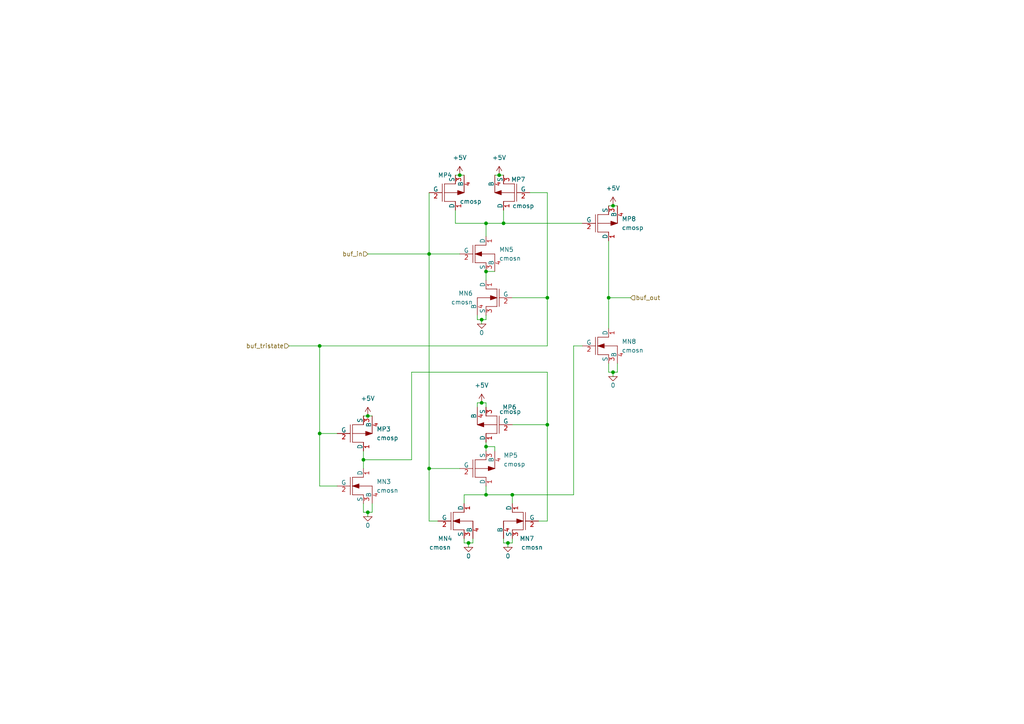
<source format=kicad_sch>
(kicad_sch (version 20211123) (generator eeschema)
  (paper "A4")
  (lib_symbols
    (symbol "power:+5V" (power) (pin_names (offset 0))
      (property "Value" "+5V" (at 0 3.556 0))
      (symbol "+5V_0_1"
        (polyline (pts (xy -0.762 1.27) (xy 0 2.54)))
        (polyline (pts (xy 0 0) (xy 0 2.54)))
        (polyline (pts (xy 0 2.54) (xy 0.762 1.27)))
      )
      (symbol "+5V_1_1"
        (pin power_in line (at 0 0 90) (length 0) hide (name "+5V") (number "1"))
      )
    )
    (symbol "pspice:0" (power) (pin_names (offset 0))
      (property "Value" "0" (at 0 -1.778 0))
      (symbol "0_0_1"
        (polyline (pts (xy -1.27 0) (xy 0 -1.27) (xy 1.27 0) (xy -1.27 0)))
      )
      (symbol "0_1_1"
        (pin power_in line (at 0 0 0) (length 0) hide (name "0") (number "1"))
      )
    )
    (symbol "pspice:MNMOS" (pin_names (offset 0))
      (property "Reference" "M" (at 7.62 1.27 0))
      (property "Value" "MNMOS" (at 7.62 -1.27 0))
      (symbol "MNMOS_0_1"
        (polyline (pts (xy -1.27 -2.54) (xy -1.27 2.54)))
        (polyline (pts (xy -0.635 -2.54) (xy 2.54 -2.54)))
        (polyline (pts (xy 2.54 2.54) (xy -0.635 2.54)))
        (polyline (pts (xy 5.08 0) (xy -0.635 0)))
        (polyline (pts (xy -0.635 0) (xy 1.27 0.635) (xy 1.27 -0.635) (xy -0.635 0)) (fill (type outline)))
      )
      (symbol "MNMOS_1_1"
        (polyline (pts (xy -0.635 -2.54) (xy -0.635 2.54)))
        (pin passive line (at 2.54 5.08 270) (length 2.54) (name "D") (number "1"))
        (pin input line (at -5.08 0 0) (length 3.81) (name "G") (number "2"))
        (pin passive line (at 2.54 -5.08 90) (length 2.54) (name "S") (number "3"))
        (pin input line (at 5.08 -5.08 90) (length 5.08) (name "B") (number "4"))
      )
    )
    (symbol "pspice:MPMOS" (pin_names (offset 0))
      (property "Reference" "M" (at 7.62 1.27 0))
      (property "Value" "MPMOS" (at 7.62 -1.27 0))
      (symbol "MPMOS_0_1"
        (polyline (pts (xy -1.27 2.54) (xy -1.27 -2.54)))
        (polyline (pts (xy -0.635 -2.54) (xy 2.54 -2.54)))
        (polyline (pts (xy 2.54 2.54) (xy -0.635 2.54)))
        (polyline (pts (xy 5.08 0) (xy -0.635 0)))
        (polyline (pts (xy 5.08 0) (xy 3.175 0.635) (xy 3.175 -0.635) (xy 5.08 0)) (fill (type outline)))
      )
      (symbol "MPMOS_1_1"
        (polyline (pts (xy -0.635 -2.54) (xy -0.635 2.54)))
        (pin passive line (at 2.54 -5.08 90) (length 2.54) (name "D") (number "1"))
        (pin input line (at -5.08 0 0) (length 3.81) (name "G") (number "2"))
        (pin passive line (at 2.54 5.08 270) (length 2.54) (name "S") (number "3"))
        (pin input line (at 5.08 5.08 270) (length 5.08) (name "B") (number "4"))
      )
    )
  )
  (junction (at 140.97 64.77))
  (junction (at 105.41 133.35))
  (junction (at 144.78 50.8))
  (junction (at 148.59 143.51))
  (junction (at 106.68 148.59))
  (junction (at 92.71 125.73))
  (junction (at 140.97 78.74))
  (junction (at 139.7 116.84))
  (junction (at 140.97 129.54))
  (junction (at 124.46 73.66))
  (junction (at 177.8 59.69))
  (junction (at 92.71 100.33))
  (junction (at 133.35 50.8))
  (junction (at 106.68 120.65))
  (junction (at 146.05 64.77))
  (junction (at 177.8 107.95))
  (junction (at 147.32 157.48))
  (junction (at 139.7 92.71))
  (junction (at 158.75 86.36))
  (junction (at 140.97 143.51))
  (junction (at 158.75 123.19))
  (junction (at 135.89 157.48))
  (junction (at 176.53 86.36))
  (junction (at 124.46 135.89))
  (wire (pts (xy 105.41 130.81) (xy 105.41 133.35)))
  (wire (pts (xy 140.97 116.84) (xy 140.97 118.11)))
  (wire (pts (xy 176.53 69.85) (xy 176.53 86.36)))
  (wire (pts (xy 140.97 78.74) (xy 140.97 81.28)))
  (wire (pts (xy 132.08 50.8) (xy 133.35 50.8)))
  (wire (pts (xy 134.62 156.21) (xy 134.62 157.48)))
  (wire (pts (xy 106.68 73.66) (xy 124.46 73.66)))
  (wire (pts (xy 105.41 133.35) (xy 105.41 135.89)))
  (wire (pts (xy 134.62 157.48) (xy 135.89 157.48)))
  (wire (pts (xy 92.71 125.73) (xy 92.71 140.97)))
  (wire (pts (xy 176.53 107.95) (xy 177.8 107.95)))
  (wire (pts (xy 158.75 123.19) (xy 158.75 151.13)))
  (wire (pts (xy 124.46 151.13) (xy 124.46 135.89)))
  (wire (pts (xy 146.05 156.21) (xy 146.05 157.48)))
  (wire (pts (xy 147.32 157.48) (xy 147.32 158.75)))
  (wire (pts (xy 133.35 135.89) (xy 124.46 135.89)))
  (wire (pts (xy 92.71 140.97) (xy 97.79 140.97)))
  (wire (pts (xy 137.16 156.21) (xy 137.16 157.48)))
  (wire (pts (xy 119.38 107.95) (xy 119.38 133.35)))
  (wire (pts (xy 138.43 92.71) (xy 139.7 92.71)))
  (wire (pts (xy 124.46 55.88) (xy 124.46 73.66)))
  (wire (pts (xy 133.35 50.8) (xy 134.62 50.8)))
  (wire (pts (xy 140.97 129.54) (xy 140.97 128.27)))
  (wire (pts (xy 158.75 55.88) (xy 158.75 86.36)))
  (wire (pts (xy 144.78 50.8) (xy 146.05 50.8)))
  (wire (pts (xy 158.75 151.13) (xy 156.21 151.13)))
  (wire (pts (xy 146.05 157.48) (xy 147.32 157.48)))
  (wire (pts (xy 139.7 92.71) (xy 140.97 92.71)))
  (wire (pts (xy 124.46 135.89) (xy 124.46 73.66)))
  (wire (pts (xy 176.53 86.36) (xy 176.53 95.25)))
  (wire (pts (xy 148.59 143.51) (xy 148.59 146.05)))
  (wire (pts (xy 135.89 157.48) (xy 137.16 157.48)))
  (wire (pts (xy 176.53 86.36) (xy 182.88 86.36)))
  (wire (pts (xy 132.08 60.96) (xy 132.08 64.77)))
  (wire (pts (xy 138.43 118.11) (xy 138.43 116.84)))
  (wire (pts (xy 134.62 146.05) (xy 134.62 143.51)))
  (wire (pts (xy 143.51 50.8) (xy 144.78 50.8)))
  (wire (pts (xy 92.71 125.73) (xy 97.79 125.73)))
  (wire (pts (xy 140.97 140.97) (xy 140.97 143.51)))
  (wire (pts (xy 158.75 86.36) (xy 158.75 100.33)))
  (wire (pts (xy 140.97 143.51) (xy 148.59 143.51)))
  (wire (pts (xy 105.41 146.05) (xy 105.41 148.59)))
  (wire (pts (xy 140.97 91.44) (xy 140.97 92.71)))
  (wire (pts (xy 140.97 64.77) (xy 146.05 64.77)))
  (wire (pts (xy 148.59 86.36) (xy 158.75 86.36)))
  (wire (pts (xy 140.97 129.54) (xy 140.97 130.81)))
  (wire (pts (xy 106.68 148.59) (xy 107.95 148.59)))
  (wire (pts (xy 177.8 107.95) (xy 179.07 107.95)))
  (wire (pts (xy 106.68 120.65) (xy 107.95 120.65)))
  (wire (pts (xy 166.37 100.33) (xy 168.91 100.33)))
  (wire (pts (xy 140.97 129.54) (xy 143.51 129.54)))
  (wire (pts (xy 158.75 100.33) (xy 92.71 100.33)))
  (wire (pts (xy 158.75 107.95) (xy 119.38 107.95)))
  (wire (pts (xy 139.7 116.84) (xy 140.97 116.84)))
  (wire (pts (xy 148.59 123.19) (xy 158.75 123.19)))
  (wire (pts (xy 92.71 100.33) (xy 92.71 125.73)))
  (wire (pts (xy 107.95 148.59) (xy 107.95 146.05)))
  (wire (pts (xy 138.43 116.84) (xy 139.7 116.84)))
  (wire (pts (xy 106.68 148.59) (xy 106.68 149.86)))
  (wire (pts (xy 177.8 59.69) (xy 179.07 59.69)))
  (wire (pts (xy 138.43 91.44) (xy 138.43 92.71)))
  (wire (pts (xy 135.89 157.48) (xy 135.89 158.75)))
  (wire (pts (xy 105.41 148.59) (xy 106.68 148.59)))
  (wire (pts (xy 140.97 64.77) (xy 140.97 68.58)))
  (wire (pts (xy 148.59 143.51) (xy 166.37 143.51)))
  (wire (pts (xy 177.8 107.95) (xy 177.8 109.22)))
  (wire (pts (xy 92.71 100.33) (xy 83.82 100.33)))
  (wire (pts (xy 146.05 64.77) (xy 168.91 64.77)))
  (wire (pts (xy 143.51 129.54) (xy 143.51 130.81)))
  (wire (pts (xy 179.07 107.95) (xy 179.07 105.41)))
  (wire (pts (xy 105.41 120.65) (xy 106.68 120.65)))
  (wire (pts (xy 148.59 157.48) (xy 148.59 156.21)))
  (wire (pts (xy 166.37 143.51) (xy 166.37 100.33)))
  (wire (pts (xy 176.53 59.69) (xy 177.8 59.69)))
  (wire (pts (xy 140.97 78.74) (xy 143.51 78.74)))
  (wire (pts (xy 146.05 60.96) (xy 146.05 64.77)))
  (wire (pts (xy 147.32 157.48) (xy 148.59 157.48)))
  (wire (pts (xy 153.67 55.88) (xy 158.75 55.88)))
  (wire (pts (xy 176.53 105.41) (xy 176.53 107.95)))
  (wire (pts (xy 132.08 64.77) (xy 140.97 64.77)))
  (wire (pts (xy 127 151.13) (xy 124.46 151.13)))
  (wire (pts (xy 134.62 143.51) (xy 140.97 143.51)))
  (wire (pts (xy 105.41 133.35) (xy 119.38 133.35)))
  (wire (pts (xy 158.75 123.19) (xy 158.75 107.95)))
  (wire (pts (xy 139.7 92.71) (xy 139.7 93.98)))
  (wire (pts (xy 124.46 73.66) (xy 133.35 73.66)))
  (hierarchical_label "buf_tristate" (shape input) (at 83.82 100.33 180))
  (hierarchical_label "buf_out" (shape input) (at 182.88 86.36 0))
  (hierarchical_label "buf_in" (shape input) (at 106.68 73.66 180))
  (symbol (lib_id "pspice:MNMOS") (at 138.43 73.66 0) (unit 1)
    (property "Reference" "MN5" (at 144.78 72.3899 0) (effects (justify left)))
    (property "Value" "cmosn" (at 144.78 74.9299 0) (effects (justify left)))
    (property "Spice_Primitive" "M" (effects hide))
    (property "Spice_Model" "cmosn" (effects hide))
    (property "Spice_Netlist_Enabled" "Y" (effects hide))
    (property "Spice_Lib_File" "models\\cmos.lib" (effects hide))
  )
  (symbol (lib_id "pspice:MPMOS") (at 129.54 55.88 0) (unit 1)
    (property "Reference" "MP4" (at 127 50.8 0) (effects (justify left)))
    (property "Value" "cmosp" (at 133.35 58.42 0) (effects (justify left)))
    (property "Spice_Primitive" "M" (effects hide))
    (property "Spice_Model" "cmosp" (effects hide))
    (property "Spice_Netlist_Enabled" "Y" (effects hide))
    (property "Spice_Lib_File" "models\\cmos.lib" (effects hide))
  )
  (symbol (lib_id "power:+5V") (at 139.7 116.84 0) (unit 1)
    (property "Reference" "#PWR?" (effects hide))
    (property "Value" "+5V" (at 139.7 111.76 0))
  )
  (symbol (lib_id "pspice:MNMOS") (at 132.08 151.13 0) (unit 1)
    (property "Reference" "MN4" (at 127 156.21 0) (effects (justify left)))
    (property "Value" "cmosn" (at 124.46 158.75 0) (effects (justify left)))
    (property "Spice_Primitive" "M" (effects hide))
    (property "Spice_Model" "cmosn" (effects hide))
    (property "Spice_Netlist_Enabled" "Y" (effects hide))
    (property "Spice_Lib_File" "models\\cmos.lib" (effects hide))
  )
  (symbol (lib_id "pspice:MPMOS") (at 138.43 135.89 0) (unit 1)
    (property "Reference" "MP5" (at 146.05 132.08 0) (effects (justify left)))
    (property "Value" "cmosp" (at 146.05 134.62 0) (effects (justify left)))
    (property "Spice_Primitive" "M" (effects hide))
    (property "Spice_Model" "cmosp" (effects hide))
    (property "Spice_Netlist_Enabled" "Y" (effects hide))
    (property "Spice_Lib_File" "models\\cmos.lib" (effects hide))
  )
  (symbol (lib_id "pspice:0") (at 147.32 158.75 0) (unit 1)
    (property "Reference" "#GND?" (effects hide))
    (property "Value" "0" (at 147.32 161.29 0))
  )
  (symbol (lib_id "pspice:MNMOS") (at 102.87 140.97 0) (unit 1)
    (property "Reference" "MN3" (at 109.22 139.6999 0) (effects (justify left)))
    (property "Value" "cmosn" (at 109.22 142.2399 0) (effects (justify left)))
    (property "Spice_Primitive" "M" (effects hide))
    (property "Spice_Model" "cmosn" (effects hide))
    (property "Spice_Netlist_Enabled" "Y" (effects hide))
    (property "Spice_Lib_File" "models\\cmos.lib" (effects hide))
  )
  (symbol (lib_id "power:+5V") (at 177.8 59.69 0) (unit 1)
    (property "Reference" "#PWR?" (effects hide))
    (property "Value" "+5V" (at 177.8 54.61 0))
  )
  (symbol (lib_id "pspice:MNMOS") (at 173.99 100.33 0) (unit 1)
    (property "Reference" "MN8" (at 180.34 99.0599 0) (effects (justify left)))
    (property "Value" "cmosn" (at 180.34 101.5999 0) (effects (justify left)))
    (property "Spice_Primitive" "M" (effects hide))
    (property "Spice_Model" "cmosn" (effects hide))
    (property "Spice_Netlist_Enabled" "Y" (effects hide))
    (property "Spice_Lib_File" "models\\cmos.lib" (effects hide))
  )
  (symbol (lib_id "pspice:MNMOS") (at 143.51 86.36 0) (mirror y) (unit 1)
    (property "Reference" "MN6" (at 137.16 85.0899 0) (effects (justify left)))
    (property "Value" "cmosn" (at 137.16 87.6299 0) (effects (justify left)))
    (property "Spice_Primitive" "M" (effects hide))
    (property "Spice_Model" "cmosn" (effects hide))
    (property "Spice_Netlist_Enabled" "Y" (effects hide))
    (property "Spice_Lib_File" "models\\cmos.lib" (effects hide))
  )
  (symbol (lib_id "pspice:0") (at 106.68 149.86 0) (unit 1)
    (property "Reference" "#GND?" (effects hide))
    (property "Value" "0" (at 106.68 152.4 0))
  )
  (symbol (lib_id "pspice:MPMOS") (at 143.51 123.19 0) (mirror y) (unit 1)
    (property "Reference" "MP6" (at 149.86 118.11 0) (effects (justify left)))
    (property "Value" "cmosp" (at 151.13 119.38 0) (effects (justify left)))
    (property "Spice_Primitive" "M" (effects hide))
    (property "Spice_Model" "cmosp" (effects hide))
    (property "Spice_Netlist_Enabled" "Y" (effects hide))
    (property "Spice_Lib_File" "models\\cmos.lib" (effects hide))
  )
  (symbol (lib_id "power:+5V") (at 106.68 120.65 0) (unit 1)
    (property "Reference" "#PWR?" (effects hide))
    (property "Value" "+5V" (at 106.68 115.57 0))
  )
  (symbol (lib_id "pspice:MPMOS") (at 102.87 125.73 0) (unit 1)
    (property "Reference" "MP3" (at 109.22 124.4599 0) (effects (justify left)))
    (property "Value" "cmosp" (at 109.22 126.9999 0) (effects (justify left)))
    (property "Spice_Primitive" "M" (effects hide))
    (property "Spice_Model" "cmosp" (effects hide))
    (property "Spice_Netlist_Enabled" "Y" (effects hide))
    (property "Spice_Lib_File" "models\\cmos.lib" (effects hide))
  )
  (symbol (lib_id "pspice:MNMOS") (at 151.13 151.13 0) (mirror y) (unit 1)
    (property "Reference" "MN7" (at 154.94 156.21 0) (effects (justify left)))
    (property "Value" "cmosn" (at 157.48 158.75 0) (effects (justify left)))
    (property "Spice_Primitive" "M" (effects hide))
    (property "Spice_Model" "cmosn" (effects hide))
    (property "Spice_Netlist_Enabled" "Y" (effects hide))
    (property "Spice_Lib_File" "models\\cmos.lib" (effects hide))
  )
  (symbol (lib_id "pspice:0") (at 135.89 158.75 0) (unit 1)
    (property "Reference" "#GND?" (effects hide))
    (property "Value" "0" (at 135.89 161.29 0))
  )
  (symbol (lib_id "pspice:MPMOS") (at 148.59 55.88 0) (mirror y) (unit 1)
    (property "Reference" "MP7" (at 152.4 52.07 0) (effects (justify left)))
    (property "Value" "cmosp" (at 154.94 59.69 0) (effects (justify left)))
    (property "Spice_Primitive" "M" (effects hide))
    (property "Spice_Model" "cmosp" (effects hide))
    (property "Spice_Netlist_Enabled" "Y" (effects hide))
    (property "Spice_Lib_File" "models\\cmos.lib" (effects hide))
  )
  (symbol (lib_id "pspice:0") (at 139.7 93.98 0) (unit 1)
    (property "Reference" "#GND?" (effects hide))
    (property "Value" "0" (at 139.7 96.52 0))
  )
  (symbol (lib_id "pspice:MPMOS") (at 173.99 64.77 0) (unit 1)
    (property "Reference" "MP8" (at 180.34 63.4999 0) (effects (justify left)))
    (property "Value" "cmosp" (at 180.34 66.0399 0) (effects (justify left)))
    (property "Spice_Primitive" "M" (effects hide))
    (property "Spice_Model" "cmosp" (effects hide))
    (property "Spice_Netlist_Enabled" "Y" (effects hide))
    (property "Spice_Lib_File" "models\\cmos.lib" (effects hide))
  )
  (symbol (lib_id "power:+5V") (at 133.35 50.8 0) (unit 1)
    (property "Reference" "#PWR?" (effects hide))
    (property "Value" "+5V" (at 133.35 45.72 0))
  )
  (symbol (lib_id "power:+5V") (at 144.78 50.8 0) (unit 1)
    (property "Reference" "#PWR?" (effects hide))
    (property "Value" "+5V" (at 144.78 45.72 0))
  )
  (symbol (lib_id "pspice:0") (at 177.8 109.22 0) (unit 1)
    (property "Reference" "#GND?" (effects hide))
    (property "Value" "0" (at 177.8 111.76 0))
  )
)
</source>
